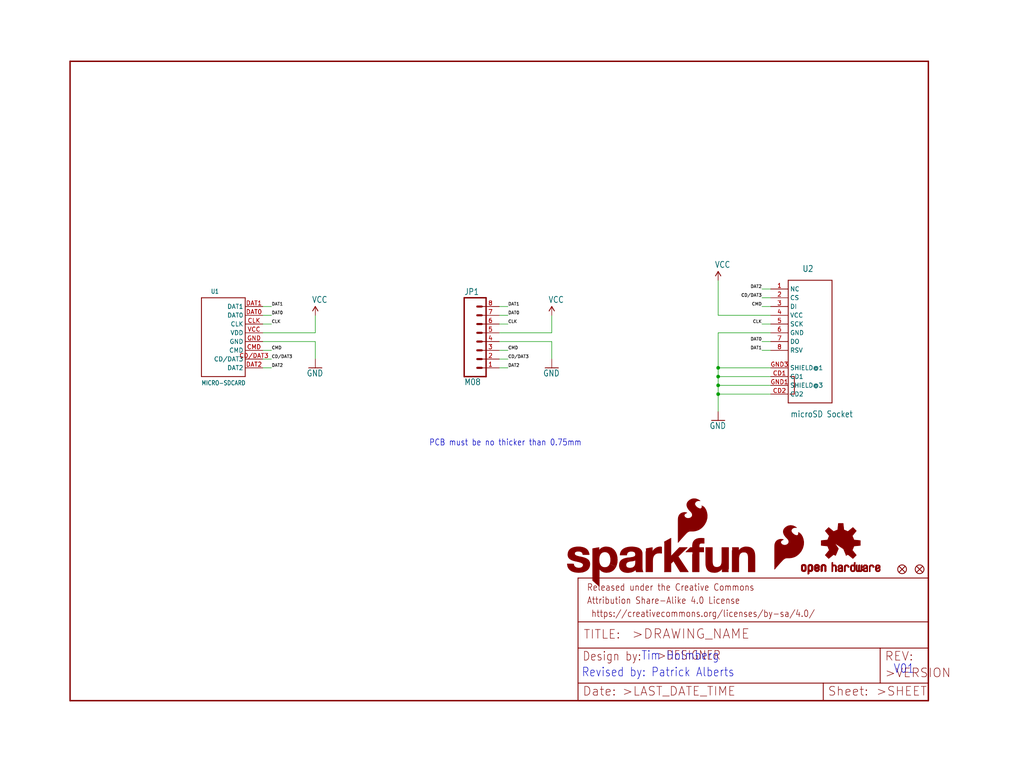
<source format=kicad_sch>
(kicad_sch (version 20211123) (generator eeschema)
  (paper "User" 297.002 223.926)
  (lib_symbols
    (symbol "eagleSchem-eagle-import:FIDUCIAL1X2")
    (symbol "eagleSchem-eagle-import:FRAME-LETTER"
      (symbol "FRAME-LETTER_2_0"
        (text " https://creativecommons.org/licenses/by-sa/4.0/" (at 2.54 24.13 0) (effects (font (size 1.9304 1.6408)) (justify left bottom)))
        (text ">DESIGNER" (at 22.86 11.684 0) (effects (font (size 2.54 2.159)) (justify left bottom)))
        (text ">DRAWING_NAME" (at 15.494 17.78 0) (effects (font (size 2.7432 2.7432)) (justify left bottom)))
        (text ">LAST_DATE_TIME" (at 12.7 1.27 0) (effects (font (size 2.54 2.54)) (justify left bottom)))
        (text ">SHEET" (at 86.36 1.27 0) (effects (font (size 2.54 2.54)) (justify left bottom)))
        (text ">VERSION" (at 88.9 6.604 0) (effects (font (size 2.54 2.54)) (justify left bottom)))
        (text "Attribution Share-Alike 4.0 License" (at 2.54 27.94 0) (effects (font (size 1.9304 1.6408)) (justify left bottom)))
        (text "Date:" (at 1.27 1.27 0) (effects (font (size 2.54 2.54)) (justify left bottom)))
        (text "Design by:" (at 1.27 11.43 0) (effects (font (size 2.54 2.159)) (justify left bottom)))
        (text "Released under the Creative Commons" (at 2.54 31.75 0) (effects (font (size 1.9304 1.6408)) (justify left bottom)))
        (text "REV:" (at 88.9 11.43 0) (effects (font (size 2.54 2.54)) (justify left bottom)))
        (text "Sheet:" (at 72.39 1.27 0) (effects (font (size 2.54 2.54)) (justify left bottom)))
        (text "TITLE:" (at 1.524 17.78 0) (effects (font (size 2.54 2.54)) (justify left bottom)))
      )
    )
    (symbol "eagleSchem-eagle-import:GND" (power)
      (property "Value" "GND" (at -2.54 -2.54 0))
      (symbol "GND_1_0"
        (pin power_in line (at 0 2.54 270) (length 2.54) (name "GND") (number "1"))
      )
    )
    (symbol "eagleSchem-eagle-import:M08"
      (property "Reference" "JP" (at -5.08 13.462 0))
      (property "Value" "M08" (at -5.08 -12.7 0))
      (symbol "M08_1_0"
        (pin passive line (at 5.08 -7.62 180) (length 5.08) (name "1") (number "1"))
        (pin passive line (at 5.08 -5.08 180) (length 5.08) (name "2") (number "2"))
        (pin passive line (at 5.08 -2.54 180) (length 5.08) (name "3") (number "3"))
        (pin passive line (at 5.08 0 180) (length 5.08) (name "4") (number "4"))
        (pin passive line (at 5.08 2.54 180) (length 5.08) (name "5") (number "5"))
        (pin passive line (at 5.08 5.08 180) (length 5.08) (name "6") (number "6"))
        (pin passive line (at 5.08 7.62 180) (length 5.08) (name "7") (number "7"))
        (pin passive line (at 5.08 10.16 180) (length 5.08) (name "8") (number "8"))
      )
    )
    (symbol "eagleSchem-eagle-import:MICRO-SDCARD"
      (property "Value" "MICRO-SDCARD" (at 0 -2.54 0))
      (symbol "MICRO-SDCARD_1_0"
        (pin bidirectional line (at 17.78 5.08 180) (length 5.08) (name "CD/DAT3") (number "CD/DAT3"))
        (pin bidirectional line (at 17.78 15.24 180) (length 5.08) (name "CLK") (number "CLK"))
        (pin bidirectional line (at 17.78 7.62 180) (length 5.08) (name "CMD") (number "CMD"))
        (pin bidirectional line (at 17.78 17.78 180) (length 5.08) (name "DAT0") (number "DAT0"))
        (pin bidirectional line (at 17.78 20.32 180) (length 5.08) (name "DAT1") (number "DAT1"))
        (pin bidirectional line (at 17.78 2.54 180) (length 5.08) (name "DAT2") (number "DAT2"))
        (pin bidirectional line (at 17.78 10.16 180) (length 5.08) (name "GND") (number "GND"))
        (pin bidirectional line (at 17.78 12.7 180) (length 5.08) (name "VDD") (number "VCC"))
      )
    )
    (symbol "eagleSchem-eagle-import:OSHW-LOGOM")
    (symbol "eagleSchem-eagle-import:SFE_LOGO_FLAME.2_INCH")
    (symbol "eagleSchem-eagle-import:SFE_LOGO_NAME_FLAME.1_INCH")
    (symbol "eagleSchem-eagle-import:USD-SOCKET"
      (property "Reference" "U" (at -2.54 15.748 0))
      (property "Value" "USD-SOCKET" (at -2.54 -22.86 0))
      (symbol "USD-SOCKET_1_0"
        (pin bidirectional line (at -7.62 12.7 0) (length 5.08) (name "NC") (number "1"))
        (pin bidirectional line (at -7.62 10.16 0) (length 5.08) (name "CS") (number "2"))
        (pin bidirectional line (at -7.62 7.62 0) (length 5.08) (name "DI") (number "3"))
        (pin bidirectional line (at -7.62 5.08 0) (length 5.08) (name "VCC") (number "4"))
        (pin bidirectional line (at -7.62 2.54 0) (length 5.08) (name "SCK") (number "5"))
        (pin bidirectional line (at -7.62 0 0) (length 5.08) (name "GND") (number "6"))
        (pin bidirectional line (at -7.62 -2.54 0) (length 5.08) (name "DO") (number "7"))
        (pin bidirectional line (at -7.62 -5.08 0) (length 5.08) (name "RSV") (number "8"))
        (pin bidirectional line (at -7.62 -12.7 0) (length 5.08) (name "CD1") (number "CD1"))
        (pin bidirectional line (at -7.62 -17.78 0) (length 5.08) (name "CD2") (number "CD2"))
        (pin bidirectional line (at -7.62 -15.24 0) (length 5.08) (name "SHIELD@3") (number "GND1"))
        (pin bidirectional line (at -7.62 -10.16 0) (length 5.08) (name "SHIELD@1") (number "GND3"))
      )
    )
    (symbol "eagleSchem-eagle-import:VCC" (power)
      (property "Value" "VCC" (at -1.016 3.556 0))
      (symbol "VCC_1_0"
        (pin power_in line (at 0 0 90) (length 2.54) (name "VCC") (number "1"))
      )
    )
  )
  (junction (at 208.28 111.76))
  (junction (at 208.28 106.68))
  (junction (at 208.28 109.22))
  (junction (at 208.28 114.3))
  (wire (pts (xy 144.78 91.44) (xy 147.32 91.44)))
  (wire (pts (xy 223.52 114.3) (xy 208.28 114.3)))
  (wire (pts (xy 223.52 109.22) (xy 208.28 109.22)))
  (wire (pts (xy 223.52 91.44) (xy 208.28 91.44)))
  (wire (pts (xy 76.2 104.14) (xy 78.74 104.14)))
  (wire (pts (xy 91.44 99.06) (xy 91.44 104.14)))
  (wire (pts (xy 223.52 99.06) (xy 220.98 99.06)))
  (wire (pts (xy 144.78 106.68) (xy 147.32 106.68)))
  (wire (pts (xy 144.78 88.9) (xy 147.32 88.9)))
  (wire (pts (xy 223.52 93.98) (xy 220.98 93.98)))
  (wire (pts (xy 91.44 96.52) (xy 91.44 91.44)))
  (wire (pts (xy 76.2 91.44) (xy 78.74 91.44)))
  (wire (pts (xy 208.28 111.76) (xy 208.28 114.3)))
  (wire (pts (xy 76.2 88.9) (xy 78.74 88.9)))
  (wire (pts (xy 223.52 106.68) (xy 208.28 106.68)))
  (wire (pts (xy 144.78 96.52) (xy 160.02 96.52)))
  (wire (pts (xy 223.52 96.52) (xy 208.28 96.52)))
  (wire (pts (xy 76.2 96.52) (xy 91.44 96.52)))
  (wire (pts (xy 223.52 83.82) (xy 220.98 83.82)))
  (wire (pts (xy 223.52 111.76) (xy 208.28 111.76)))
  (wire (pts (xy 144.78 104.14) (xy 147.32 104.14)))
  (wire (pts (xy 208.28 109.22) (xy 208.28 111.76)))
  (wire (pts (xy 223.52 88.9) (xy 220.98 88.9)))
  (wire (pts (xy 160.02 99.06) (xy 160.02 104.14)))
  (wire (pts (xy 76.2 93.98) (xy 78.74 93.98)))
  (wire (pts (xy 223.52 86.36) (xy 220.98 86.36)))
  (wire (pts (xy 76.2 106.68) (xy 78.74 106.68)))
  (wire (pts (xy 160.02 96.52) (xy 160.02 91.44)))
  (wire (pts (xy 76.2 99.06) (xy 91.44 99.06)))
  (wire (pts (xy 223.52 101.6) (xy 220.98 101.6)))
  (wire (pts (xy 208.28 91.44) (xy 208.28 81.28)))
  (wire (pts (xy 76.2 101.6) (xy 78.74 101.6)))
  (wire (pts (xy 208.28 106.68) (xy 208.28 109.22)))
  (wire (pts (xy 208.28 114.3) (xy 208.28 119.38)))
  (wire (pts (xy 208.28 96.52) (xy 208.28 106.68)))
  (wire (pts (xy 144.78 93.98) (xy 147.32 93.98)))
  (wire (pts (xy 144.78 99.06) (xy 160.02 99.06)))
  (wire (pts (xy 144.78 101.6) (xy 147.32 101.6)))
  (text "Tim Holmberg" (at 185.928 191.77 180) (effects (font (size 2.54 2.159)) (justify left bottom)))
  (text "PCB must be no thicker than 0.75mm" (at 124.46 129.54 180) (effects (font (size 1.778 1.5113)) (justify left bottom)))
  (text "V01" (at 259.08 195.58 180) (effects (font (size 2.54 2.159)) (justify left bottom)))
  (text "Revised by: Patrick Alberts" (at 168.656 196.596 180) (effects (font (size 2.54 2.159)) (justify left bottom)))
  (label "CLK" (at 78.74 93.98 0) (effects (font (size 0.889 0.889))))
  (label "CLK" (at 147.32 93.98 0) (effects (font (size 0.889 0.889))))
  (label "DAT1" (at 147.32 88.9 0) (effects (font (size 0.889 0.889))))
  (label "DAT0" (at 220.98 99.06 180) (effects (font (size 0.889 0.889))))
  (label "CLK" (at 220.98 93.98 180) (effects (font (size 0.889 0.889))))
  (label "CD/DAT3" (at 78.74 104.14 0) (effects (font (size 0.889 0.889))))
  (label "CMD" (at 147.32 101.6 0) (effects (font (size 0.889 0.889))))
  (label "DAT2" (at 147.32 106.68 0) (effects (font (size 0.889 0.889))))
  (label "CD/DAT3" (at 220.98 86.36 180) (effects (font (size 0.889 0.889))))
  (label "CD/DAT3" (at 147.32 104.14 0) (effects (font (size 0.889 0.889))))
  (label "DAT1" (at 78.74 88.9 0) (effects (font (size 0.889 0.889))))
  (label "DAT2" (at 78.74 106.68 0) (effects (font (size 0.889 0.889))))
  (label "DAT1" (at 220.98 101.6 180) (effects (font (size 0.889 0.889))))
  (label "DAT0" (at 147.32 91.44 0) (effects (font (size 0.889 0.889))))
  (label "DAT2" (at 220.98 83.82 180) (effects (font (size 0.889 0.889))))
  (label "CMD" (at 78.74 101.6 0) (effects (font (size 0.889 0.889))))
  (label "CMD" (at 220.98 88.9 180) (effects (font (size 0.889 0.889))))
  (label "DAT0" (at 78.74 91.44 0) (effects (font (size 0.889 0.889))))
  (symbol (lib_id "eagleSchem-eagle-import:USD-SOCKET") (at 231.14 96.52 0) (unit 1)
    (property "Reference" "U2" (at 235.966 76.962 0) (effects (font (size 1.778 1.5113)) (justify right top)))
    (property "Value" "microSD Socket" (at 247.396 119.126 0) (effects (font (size 1.778 1.5113)) (justify right top)))
    (property "Footprint" "eagleSchem:MICROSD_1_1" (effects hide))
  )
  (symbol (lib_id "eagleSchem-eagle-import:FRAME-LETTER") (at 20.32 203.2 0) (unit 1)
    (property "Reference" "FRAME1" (effects hide))
    (property "Value" "FRAME-LETTER" (effects hide))
    (property "Footprint" "eagleSchem:CREATIVE_COMMONS" (effects hide))
  )
  (symbol (lib_id "eagleSchem-eagle-import:M08") (at 139.7 99.06 0) (unit 1)
    (property "Reference" "JP1" (at 134.62 85.598 0) (effects (font (size 1.778 1.5113)) (justify left bottom)))
    (property "Value" "M08" (at 134.62 111.76 0) (effects (font (size 1.778 1.5113)) (justify left bottom)))
    (property "Footprint" "eagleSchem:1X08" (effects hide))
  )
  (symbol (lib_id "eagleSchem-eagle-import:GND") (at 208.28 121.92 0) (unit 1)
    (property "Reference" "#GND3" (effects hide))
    (property "Value" "GND" (at 205.74 124.46 0) (effects (font (size 1.778 1.5113)) (justify left bottom)))
    (property "Footprint" "eagleSchem:" (effects hide))
  )
  (symbol (lib_id "eagleSchem-eagle-import:SFE_LOGO_NAME_FLAME.1_INCH") (at 163.83 170.434 0) (unit 1)
    (property "Reference" "LOGO3" (effects hide))
    (property "Value" "SFE_LOGO_NAME_FLAME.1_INCH" (effects hide))
    (property "Footprint" "eagleSchem:SFE_LOGO_NAME_FLAME_.1" (effects hide))
  )
  (symbol (lib_id "eagleSchem-eagle-import:VCC") (at 208.28 81.28 0) (unit 1)
    (property "Reference" "#SUPPLY3" (effects hide))
    (property "Value" "VCC" (at 207.264 77.724 0) (effects (font (size 1.778 1.5113)) (justify left bottom)))
    (property "Footprint" "eagleSchem:" (effects hide))
  )
  (symbol (lib_id "eagleSchem-eagle-import:VCC") (at 160.02 91.44 0) (unit 1)
    (property "Reference" "#SUPPLY1" (effects hide))
    (property "Value" "VCC" (at 159.004 87.884 0) (effects (font (size 1.778 1.5113)) (justify left bottom)))
    (property "Footprint" "eagleSchem:" (effects hide))
  )
  (symbol (lib_id "eagleSchem-eagle-import:GND") (at 160.02 106.68 0) (unit 1)
    (property "Reference" "#GND1" (effects hide))
    (property "Value" "GND" (at 157.48 109.22 0) (effects (font (size 1.778 1.5113)) (justify left bottom)))
    (property "Footprint" "eagleSchem:" (effects hide))
  )
  (symbol (lib_id "eagleSchem-eagle-import:FIDUCIAL1X2") (at 261.62 165.1 0) (unit 1)
    (property "Reference" "FID1" (effects hide))
    (property "Value" "FIDUCIAL1X2" (effects hide))
    (property "Footprint" "eagleSchem:FIDUCIAL-1X2" (effects hide))
  )
  (symbol (lib_id "eagleSchem-eagle-import:FRAME-LETTER") (at 167.64 203.2 0) (unit 2)
    (property "Reference" "FRAME1" (effects hide))
    (property "Value" "FRAME-LETTER" (effects hide))
    (property "Footprint" "eagleSchem:CREATIVE_COMMONS" (effects hide))
  )
  (symbol (lib_id "eagleSchem-eagle-import:GND") (at 91.44 106.68 0) (unit 1)
    (property "Reference" "#GND2" (effects hide))
    (property "Value" "GND" (at 88.9 109.22 0) (effects (font (size 1.778 1.5113)) (justify left bottom)))
    (property "Footprint" "eagleSchem:" (effects hide))
  )
  (symbol (lib_id "eagleSchem-eagle-import:OSHW-LOGOM") (at 243.84 157.48 0) (unit 1)
    (property "Reference" "LOGO1" (effects hide))
    (property "Value" "OSHW-LOGOM" (effects hide))
    (property "Footprint" "eagleSchem:OSHW-LOGO-M" (effects hide))
  )
  (symbol (lib_id "eagleSchem-eagle-import:MICRO-SDCARD") (at 58.42 109.22 0) (unit 1)
    (property "Reference" "U1" (at 63.5 83.82 0) (effects (font (size 1.27 1.0795)) (justify right top)))
    (property "Value" "MICRO-SDCARD" (at 58.42 111.76 0) (effects (font (size 1.27 1.0795)) (justify left bottom)))
    (property "Footprint" "eagleSchem:MICRO-SDCARD" (effects hide))
  )
  (symbol (lib_id "eagleSchem-eagle-import:FIDUCIAL1X2") (at 266.7 165.1 0) (unit 1)
    (property "Reference" "FID2" (effects hide))
    (property "Value" "FIDUCIAL1X2" (effects hide))
    (property "Footprint" "eagleSchem:FIDUCIAL-1X2" (effects hide))
  )
  (symbol (lib_id "eagleSchem-eagle-import:SFE_LOGO_FLAME.2_INCH") (at 224.282 165.608 0) (unit 1)
    (property "Reference" "LOGO2" (effects hide))
    (property "Value" "SFE_LOGO_FLAME.2_INCH" (effects hide))
    (property "Footprint" "eagleSchem:SFE_LOGO_FLAME_.2" (effects hide))
  )
  (symbol (lib_id "eagleSchem-eagle-import:VCC") (at 91.44 91.44 0) (unit 1)
    (property "Reference" "#SUPPLY2" (effects hide))
    (property "Value" "VCC" (at 90.424 87.884 0) (effects (font (size 1.778 1.5113)) (justify left bottom)))
    (property "Footprint" "eagleSchem:" (effects hide))
  )
)
</source>
